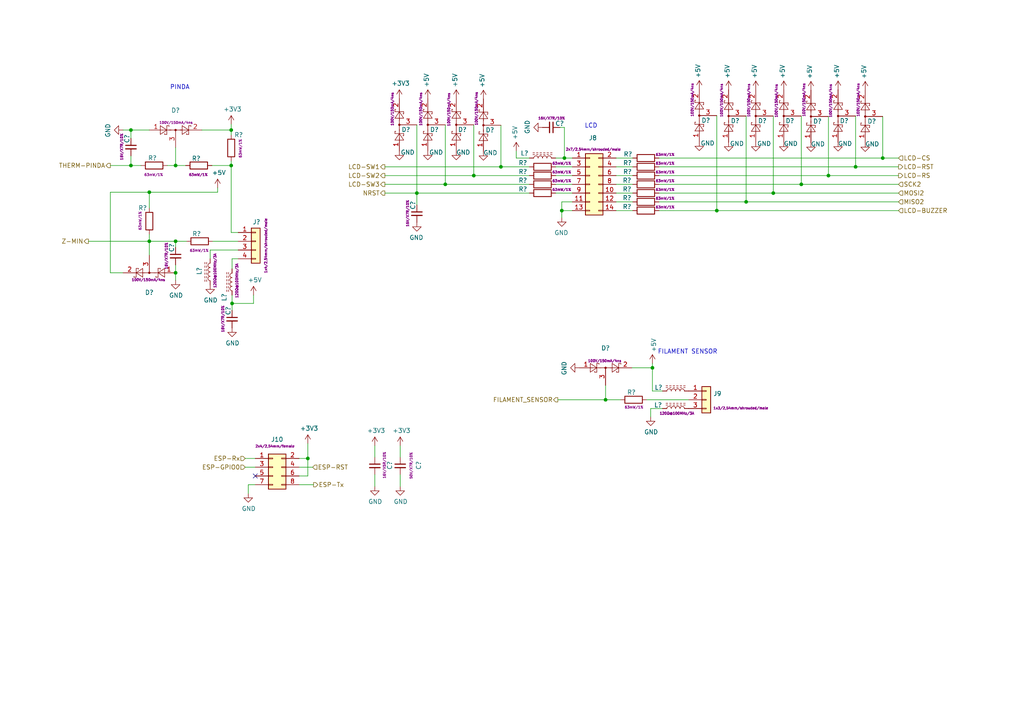
<source format=kicad_sch>
(kicad_sch (version 20211123) (generator eeschema)
  (paper "A4")
  (title_block (title "Buddy") (date "2019-10-24") (rev "v1.0.0") (company "PRUSA Research s.r.o.") (comment 1 "http://creativecommons.org/licenses/by-sa/4.0/") (comment 2 "Licensed under the Attribution-ShareAlike 4.0 International (CC BY-SA 4.0)"))
  (lib_symbols
    (symbol "BUDDY_v1.0.0-rescue:+3.3V-power" (power) (pin_names (offset 0))
      (property "Value" "+3.3V-power" (at 0 3.556 0))
      (symbol "+3.3V-power_0_1"
        (polyline (pts (xy -0.762 1.27) (xy 0 2.54)))
        (polyline (pts (xy 0 0) (xy 0 2.54)))
        (polyline (pts (xy 0 2.54) (xy 0.762 1.27)))
      )
      (symbol "+3.3V-power_1_1"
        (pin power_in line (at 0 0 90) (length 0) hide (name "+3V3") (number "1"))
      )
    )
    (symbol "BUDDY_v1.0.0-rescue:L_Core_Ferrite-Device" (pin_numbers hide) (pin_names (offset 1.016) hide)
      (property "Reference" "L" (at -1.27 0 90))
      (property "Value" "L_Core_Ferrite-Device" (at 2.794 0 90))
      (symbol "L_Core_Ferrite-Device_0_1"
        (arc (start 0 -2.54) (mid 0.635 -1.905) (end 0 -1.27))
        (arc (start 0 -1.27) (mid 0.635 -0.635) (end 0 0))
        (polyline (pts (xy 1.016 -2.794) (xy 1.016 -2.286)))
        (polyline (pts (xy 1.016 -1.778) (xy 1.016 -1.27)))
        (polyline (pts (xy 1.016 -0.762) (xy 1.016 -0.254)))
        (polyline (pts (xy 1.016 0.254) (xy 1.016 0.762)))
        (polyline (pts (xy 1.016 1.27) (xy 1.016 1.778)))
        (polyline (pts (xy 1.016 2.286) (xy 1.016 2.794)))
        (polyline (pts (xy 1.524 -2.286) (xy 1.524 -2.794)))
        (polyline (pts (xy 1.524 -1.27) (xy 1.524 -1.778)))
        (polyline (pts (xy 1.524 -0.254) (xy 1.524 -0.762)))
        (polyline (pts (xy 1.524 0.762) (xy 1.524 0.254)))
        (polyline (pts (xy 1.524 1.778) (xy 1.524 1.27)))
        (polyline (pts (xy 1.524 2.794) (xy 1.524 2.286)))
        (arc (start 0 0) (mid 0.635 0.635) (end 0 1.27))
        (arc (start 0 1.27) (mid 0.635 1.905) (end 0 2.54))
      )
      (symbol "L_Core_Ferrite-Device_1_1"
        (pin passive line (at 0 3.81 270) (length 1.27) (name "1") (number "1"))
        (pin passive line (at 0 -3.81 90) (length 1.27) (name "2") (number "2"))
      )
    )
    (symbol "Connector_Generic:Conn_01x03" (pin_names (offset 1.016) hide)
      (property "Reference" "J" (at 0 5.08 0))
      (property "Value" "Conn_01x03" (at 0 -5.08 0))
      (symbol "Conn_01x03_1_1"
        (rectangle (start -1.27 -2.413) (end 0 -2.667) (stroke (width 0.1524)))
        (rectangle (start -1.27 0.127) (end 0 -0.127) (stroke (width 0.1524)))
        (rectangle (start -1.27 2.667) (end 0 2.413) (stroke (width 0.1524)))
        (rectangle (start -1.27 3.81) (end 1.27 -3.81) (stroke (width 0.254)) (fill (type background)))
        (pin passive line (at -5.08 2.54 0) (length 3.81) (name "Pin_1") (number "1"))
        (pin passive line (at -5.08 0 0) (length 3.81) (name "Pin_2") (number "2"))
        (pin passive line (at -5.08 -2.54 0) (length 3.81) (name "Pin_3") (number "3"))
      )
    )
    (symbol "Connector_Generic:Conn_01x04" (pin_names (offset 1.016) hide)
      (property "Reference" "J" (at 0 5.08 0))
      (property "Value" "Conn_01x04" (at 0 -7.62 0))
      (symbol "Conn_01x04_1_1"
        (rectangle (start -1.27 -4.953) (end 0 -5.207) (stroke (width 0.1524)))
        (rectangle (start -1.27 -2.413) (end 0 -2.667) (stroke (width 0.1524)))
        (rectangle (start -1.27 0.127) (end 0 -0.127) (stroke (width 0.1524)))
        (rectangle (start -1.27 2.667) (end 0 2.413) (stroke (width 0.1524)))
        (rectangle (start -1.27 3.81) (end 1.27 -6.35) (stroke (width 0.254)) (fill (type background)))
        (pin passive line (at -5.08 2.54 0) (length 3.81) (name "Pin_1") (number "1"))
        (pin passive line (at -5.08 0 0) (length 3.81) (name "Pin_2") (number "2"))
        (pin passive line (at -5.08 -2.54 0) (length 3.81) (name "Pin_3") (number "3"))
        (pin passive line (at -5.08 -5.08 0) (length 3.81) (name "Pin_4") (number "4"))
      )
    )
    (symbol "Connector_Generic:Conn_02x04_Odd_Even" (pin_names (offset 1.016) hide)
      (property "Reference" "J" (at 1.27 5.08 0))
      (property "Value" "Conn_02x04_Odd_Even" (at 1.27 -7.62 0))
      (symbol "Conn_02x04_Odd_Even_1_1"
        (rectangle (start -1.27 -4.953) (end 0 -5.207) (stroke (width 0.1524)))
        (rectangle (start -1.27 -2.413) (end 0 -2.667) (stroke (width 0.1524)))
        (rectangle (start -1.27 0.127) (end 0 -0.127) (stroke (width 0.1524)))
        (rectangle (start -1.27 2.667) (end 0 2.413) (stroke (width 0.1524)))
        (rectangle (start -1.27 3.81) (end 3.81 -6.35) (stroke (width 0.254)) (fill (type background)))
        (rectangle (start 3.81 -4.953) (end 2.54 -5.207) (stroke (width 0.1524)))
        (rectangle (start 3.81 -2.413) (end 2.54 -2.667) (stroke (width 0.1524)))
        (rectangle (start 3.81 0.127) (end 2.54 -0.127) (stroke (width 0.1524)))
        (rectangle (start 3.81 2.667) (end 2.54 2.413) (stroke (width 0.1524)))
        (pin passive line (at -5.08 2.54 0) (length 3.81) (name "Pin_1") (number "1"))
        (pin passive line (at 7.62 2.54 180) (length 3.81) (name "Pin_2") (number "2"))
        (pin passive line (at -5.08 0 0) (length 3.81) (name "Pin_3") (number "3"))
        (pin passive line (at 7.62 0 180) (length 3.81) (name "Pin_4") (number "4"))
        (pin passive line (at -5.08 -2.54 0) (length 3.81) (name "Pin_5") (number "5"))
        (pin passive line (at 7.62 -2.54 180) (length 3.81) (name "Pin_6") (number "6"))
        (pin passive line (at -5.08 -5.08 0) (length 3.81) (name "Pin_7") (number "7"))
        (pin passive line (at 7.62 -5.08 180) (length 3.81) (name "Pin_8") (number "8"))
      )
    )
    (symbol "Connector_Generic:Conn_02x07_Odd_Even" (pin_names (offset 1.016) hide)
      (property "Reference" "J" (at 1.27 10.16 0))
      (property "Value" "Conn_02x07_Odd_Even" (at 1.27 -10.16 0))
      (symbol "Conn_02x07_Odd_Even_1_1"
        (rectangle (start -1.27 -7.493) (end 0 -7.747) (stroke (width 0.1524)))
        (rectangle (start -1.27 -4.953) (end 0 -5.207) (stroke (width 0.1524)))
        (rectangle (start -1.27 -2.413) (end 0 -2.667) (stroke (width 0.1524)))
        (rectangle (start -1.27 0.127) (end 0 -0.127) (stroke (width 0.1524)))
        (rectangle (start -1.27 2.667) (end 0 2.413) (stroke (width 0.1524)))
        (rectangle (start -1.27 5.207) (end 0 4.953) (stroke (width 0.1524)))
        (rectangle (start -1.27 7.747) (end 0 7.493) (stroke (width 0.1524)))
        (rectangle (start -1.27 8.89) (end 3.81 -8.89) (stroke (width 0.254)) (fill (type background)))
        (rectangle (start 3.81 -7.493) (end 2.54 -7.747) (stroke (width 0.1524)))
        (rectangle (start 3.81 -4.953) (end 2.54 -5.207) (stroke (width 0.1524)))
        (rectangle (start 3.81 -2.413) (end 2.54 -2.667) (stroke (width 0.1524)))
        (rectangle (start 3.81 0.127) (end 2.54 -0.127) (stroke (width 0.1524)))
        (rectangle (start 3.81 2.667) (end 2.54 2.413) (stroke (width 0.1524)))
        (rectangle (start 3.81 5.207) (end 2.54 4.953) (stroke (width 0.1524)))
        (rectangle (start 3.81 7.747) (end 2.54 7.493) (stroke (width 0.1524)))
        (pin passive line (at -5.08 7.62 0) (length 3.81) (name "Pin_1") (number "1"))
        (pin passive line (at 7.62 -2.54 180) (length 3.81) (name "Pin_10") (number "10"))
        (pin passive line (at -5.08 -5.08 0) (length 3.81) (name "Pin_11") (number "11"))
        (pin passive line (at 7.62 -5.08 180) (length 3.81) (name "Pin_12") (number "12"))
        (pin passive line (at -5.08 -7.62 0) (length 3.81) (name "Pin_13") (number "13"))
        (pin passive line (at 7.62 -7.62 180) (length 3.81) (name "Pin_14") (number "14"))
        (pin passive line (at 7.62 7.62 180) (length 3.81) (name "Pin_2") (number "2"))
        (pin passive line (at -5.08 5.08 0) (length 3.81) (name "Pin_3") (number "3"))
        (pin passive line (at 7.62 5.08 180) (length 3.81) (name "Pin_4") (number "4"))
        (pin passive line (at -5.08 2.54 0) (length 3.81) (name "Pin_5") (number "5"))
        (pin passive line (at 7.62 2.54 180) (length 3.81) (name "Pin_6") (number "6"))
        (pin passive line (at -5.08 0 0) (length 3.81) (name "Pin_7") (number "7"))
        (pin passive line (at 7.62 0 180) (length 3.81) (name "Pin_8") (number "8"))
        (pin passive line (at -5.08 -2.54 0) (length 3.81) (name "Pin_9") (number "9"))
      )
    )
    (symbol "Device:C_Small" (pin_numbers hide) (pin_names (offset 0.254) hide)
      (property "Reference" "C" (at 0.254 1.778 0))
      (property "Value" "C_Small" (at 0.254 -2.032 0))
      (symbol "C_Small_0_1"
        (polyline (pts (xy -1.524 -0.508) (xy 1.524 -0.508)) (stroke (width 0.3302)))
        (polyline (pts (xy -1.524 0.508) (xy 1.524 0.508)) (stroke (width 0.3048)))
      )
      (symbol "C_Small_1_1"
        (pin passive line (at 0 2.54 270) (length 2.032) (name "~") (number "1"))
        (pin passive line (at 0 -2.54 90) (length 2.032) (name "~") (number "2"))
      )
    )
    (symbol "Device:R" (pin_numbers hide) (pin_names (offset 0))
      (property "Reference" "R" (at 2.032 0 90))
      (property "Value" "R" (at 0 0 90))
      (symbol "R_0_1"
        (rectangle (start -1.016 -2.54) (end 1.016 2.54) (stroke (width 0.254)))
      )
      (symbol "R_1_1"
        (pin passive line (at 0 3.81 270) (length 1.27) (name "~") (number "1"))
        (pin passive line (at 0 -3.81 90) (length 1.27) (name "~") (number "2"))
      )
    )
    (symbol "Diode:BAS40-04" (pin_names (offset 1.016))
      (property "Reference" "D" (at 0.635 -1.27 0))
      (property "Value" "BAS40-04" (at -6.35 5.715 0))
      (symbol "BAS40-04_0_1"
        (polyline (pts (xy -3.81 2.54) (xy -1.27 2.54)))
        (polyline (pts (xy -3.175 1.27) (xy -3.175 1.524)))
        (polyline (pts (xy -2.54 1.27) (xy -3.175 1.27)))
        (polyline (pts (xy -2.54 1.27) (xy -2.54 3.81)))
        (polyline (pts (xy -2.54 3.81) (xy -1.905 3.81)))
        (polyline (pts (xy -1.905 2.54) (xy 1.905 2.54)))
        (polyline (pts (xy -1.905 3.81) (xy -1.905 3.556)))
        (polyline (pts (xy 1.27 2.54) (xy 3.81 2.54)))
        (polyline (pts (xy 3.175 1.27) (xy 3.175 1.524)))
        (polyline (pts (xy 3.81 1.27) (xy 3.175 1.27)))
        (polyline (pts (xy 3.81 1.27) (xy 3.81 3.81)))
        (polyline (pts (xy 3.81 3.81) (xy 4.445 3.81)))
        (polyline (pts (xy 4.445 3.81) (xy 4.445 3.556)))
        (polyline (pts (xy -4.445 3.81) (xy -4.445 1.27) (xy -2.54 2.54) (xy -4.445 3.81)))
        (polyline (pts (xy 1.905 3.81) (xy 1.905 1.27) (xy 3.81 2.54) (xy 1.905 3.81)))
        (circle (center 0 2.54) (radius 0.254) (fill (type outline)))
      )
      (symbol "BAS40-04_1_1"
        (pin passive line (at -7.62 2.54 0) (length 3.81) (name "~") (number "1"))
        (pin passive line (at 7.62 2.54 180) (length 3.81) (name "~") (number "2"))
        (pin passive line (at 0 -2.54 90) (length 5.08) (name "~") (number "3"))
      )
    )
    (symbol "power:+5V" (power) (pin_names (offset 0))
      (property "Value" "+5V" (at 0 3.556 0))
      (symbol "+5V_0_1"
        (polyline (pts (xy -0.762 1.27) (xy 0 2.54)))
        (polyline (pts (xy 0 0) (xy 0 2.54)))
        (polyline (pts (xy 0 2.54) (xy 0.762 1.27)))
      )
      (symbol "+5V_1_1"
        (pin power_in line (at 0 0 90) (length 0) hide (name "+5V") (number "1"))
      )
    )
    (symbol "power:GND" (power) (pin_names (offset 0))
      (property "Value" "GND" (at 0 -3.81 0))
      (symbol "GND_0_1"
        (polyline (pts (xy 0 0) (xy 0 -1.27) (xy 1.27 -1.27) (xy 0 -2.54) (xy -1.27 -1.27) (xy 0 -1.27)))
      )
      (symbol "GND_1_1"
        (pin power_in line (at 0 0 270) (length 0) hide (name "GND") (number "1"))
      )
    )
  )
  (junction (at 207.899 61.087))
  (junction (at 232.41 53.467))
  (junction (at 43.307 55.753))
  (junction (at 240.284 50.927))
  (junction (at 50.927 79.121))
  (junction (at 67.056 37.719))
  (junction (at 216.408 58.547))
  (junction (at 50.927 69.977))
  (junction (at 248.158 48.387))
  (junction (at 43.307 69.977))
  (junction (at 89.281 132.969))
  (junction (at 224.282 56.007))
  (junction (at 67.31 88.011))
  (junction (at 50.927 48.006))
  (junction (at 163.703 45.847))
  (junction (at 120.904 56.007))
  (junction (at 137.414 50.927))
  (junction (at 162.941 61.087))
  (junction (at 67.056 48.006))
  (junction (at 175.641 115.951))
  (junction (at 189.23 106.68))
  (junction (at 256.032 45.847))
  (junction (at 37.973 37.719))
  (junction (at 129.159 53.467))
  (junction (at 37.973 48.006))
  (junction (at 145.288 48.387))
  (no_connect (at 74.041 138.049))
  (wire (pts (xy 67.31 75.057) (xy 69.088 75.057)))
  (wire (pts (xy 50.927 76.835) (xy 50.927 79.121)))
  (wire (pts (xy 162.941 61.087) (xy 162.941 58.547)))
  (wire (pts (xy 191.135 48.387) (xy 248.158 48.387)))
  (wire (pts (xy 192.151 113.411) (xy 189.23 113.411)))
  (wire (pts (xy 175.641 111.76) (xy 175.641 115.951)))
  (wire (pts (xy 89.281 132.969) (xy 89.281 128.651)))
  (wire (pts (xy 120.904 56.007) (xy 111.633 56.007)))
  (wire (pts (xy 111.633 48.387) (xy 145.288 48.387)))
  (wire (pts (xy 161.163 56.007) (xy 165.989 56.007)))
  (wire (pts (xy 189.23 113.411) (xy 189.23 106.68)))
  (wire (pts (xy 161.163 53.467) (xy 165.989 53.467)))
  (wire (pts (xy 86.741 132.969) (xy 89.281 132.969)))
  (wire (pts (xy 162.941 58.547) (xy 165.989 58.547)))
  (wire (pts (xy 60.96 72.517) (xy 69.088 72.517)))
  (wire (pts (xy 188.722 118.491) (xy 192.151 118.491)))
  (wire (pts (xy 67.31 88.011) (xy 73.533 88.011)))
  (wire (pts (xy 61.468 48.006) (xy 67.056 48.006)))
  (wire (pts (xy 108.712 137.668) (xy 108.712 141.097)))
  (wire (pts (xy 67.056 39.116) (xy 67.056 37.719)))
  (wire (pts (xy 50.927 81.28) (xy 50.927 79.121)))
  (wire (pts (xy 248.158 33.655) (xy 248.158 48.387)))
  (wire (pts (xy 191.135 56.007) (xy 224.282 56.007)))
  (wire (pts (xy 207.899 33.528) (xy 207.899 61.087)))
  (wire (pts (xy 216.408 33.655) (xy 216.408 58.547)))
  (wire (pts (xy 50.927 48.006) (xy 48.514 48.006)))
  (wire (pts (xy 32.004 79.121) (xy 32.004 55.753)))
  (wire (pts (xy 224.282 33.655) (xy 224.282 56.007)))
  (wire (pts (xy 72.009 143.129) (xy 72.009 140.589)))
  (wire (pts (xy 43.307 69.977) (xy 25.654 69.977)))
  (wire (pts (xy 116.078 129.286) (xy 116.078 132.588)))
  (wire (pts (xy 232.41 53.467) (xy 260.604 53.467)))
  (wire (pts (xy 50.927 69.977) (xy 50.927 71.755)))
  (wire (pts (xy 74.041 135.509) (xy 71.12 135.509)))
  (wire (pts (xy 183.515 50.927) (xy 178.689 50.927)))
  (wire (pts (xy 183.515 53.467) (xy 178.689 53.467)))
  (wire (pts (xy 189.23 106.68) (xy 189.23 105.41)))
  (wire (pts (xy 191.135 61.087) (xy 207.899 61.087)))
  (wire (pts (xy 183.515 45.847) (xy 178.689 45.847)))
  (wire (pts (xy 129.159 53.467) (xy 153.543 53.467)))
  (wire (pts (xy 37.973 48.006) (xy 32.004 48.006)))
  (wire (pts (xy 216.408 58.547) (xy 260.604 58.547)))
  (wire (pts (xy 50.927 42.799) (xy 50.927 48.006)))
  (wire (pts (xy 129.159 36.195) (xy 129.159 53.467)))
  (wire (pts (xy 67.31 85.598) (xy 67.31 88.011)))
  (wire (pts (xy 137.414 36.195) (xy 137.414 50.927)))
  (wire (pts (xy 224.282 56.007) (xy 260.604 56.007)))
  (wire (pts (xy 161.798 115.951) (xy 175.641 115.951)))
  (wire (pts (xy 183.515 56.007) (xy 178.689 56.007)))
  (wire (pts (xy 43.307 55.753) (xy 63.119 55.753)))
  (wire (pts (xy 149.733 45.847) (xy 153.543 45.847)))
  (wire (pts (xy 179.959 115.951) (xy 175.641 115.951)))
  (wire (pts (xy 32.004 55.753) (xy 43.307 55.753)))
  (wire (pts (xy 232.41 33.655) (xy 232.41 53.467)))
  (wire (pts (xy 120.904 56.007) (xy 120.904 59.436)))
  (wire (pts (xy 67.056 48.006) (xy 67.056 67.437)))
  (wire (pts (xy 43.307 74.041) (xy 43.307 69.977)))
  (wire (pts (xy 72.009 140.589) (xy 74.041 140.589)))
  (wire (pts (xy 162.433 36.957) (xy 163.703 36.957)))
  (wire (pts (xy 69.088 69.977) (xy 61.722 69.977)))
  (wire (pts (xy 111.633 50.927) (xy 137.414 50.927)))
  (wire (pts (xy 165.989 61.087) (xy 162.941 61.087)))
  (wire (pts (xy 63.119 55.753) (xy 63.119 54.483)))
  (wire (pts (xy 108.712 132.588) (xy 108.712 129.286)))
  (wire (pts (xy 60.96 75.057) (xy 60.96 72.517)))
  (wire (pts (xy 67.31 77.978) (xy 67.31 75.057)))
  (wire (pts (xy 67.056 67.437) (xy 69.088 67.437)))
  (wire (pts (xy 165.989 50.927) (xy 161.163 50.927)))
  (wire (pts (xy 191.135 45.847) (xy 256.032 45.847)))
  (wire (pts (xy 191.135 50.927) (xy 240.284 50.927)))
  (wire (pts (xy 37.973 37.719) (xy 43.307 37.719)))
  (wire (pts (xy 183.515 61.087) (xy 178.689 61.087)))
  (wire (pts (xy 43.307 60.325) (xy 43.307 55.753)))
  (wire (pts (xy 191.135 58.547) (xy 216.408 58.547)))
  (wire (pts (xy 165.989 48.387) (xy 161.163 48.387)))
  (wire (pts (xy 116.078 137.668) (xy 116.078 141.097)))
  (wire (pts (xy 86.741 135.509) (xy 90.678 135.509)))
  (wire (pts (xy 37.973 37.719) (xy 35.687 37.719)))
  (wire (pts (xy 58.547 37.719) (xy 67.056 37.719)))
  (wire (pts (xy 248.158 48.387) (xy 260.604 48.387)))
  (wire (pts (xy 37.973 40.132) (xy 37.973 37.719)))
  (wire (pts (xy 240.284 50.927) (xy 260.604 50.927)))
  (wire (pts (xy 165.989 45.847) (xy 163.703 45.847)))
  (wire (pts (xy 145.288 48.387) (xy 153.543 48.387)))
  (wire (pts (xy 67.056 46.736) (xy 67.056 48.006)))
  (wire (pts (xy 74.041 132.969) (xy 71.12 132.969)))
  (wire (pts (xy 86.741 140.589) (xy 90.932 140.589)))
  (wire (pts (xy 43.307 69.977) (xy 43.307 67.945)))
  (wire (pts (xy 50.927 69.977) (xy 54.102 69.977)))
  (wire (pts (xy 240.284 33.782) (xy 240.284 50.927)))
  (wire (pts (xy 183.261 106.68) (xy 189.23 106.68)))
  (wire (pts (xy 37.973 45.212) (xy 37.973 48.006)))
  (wire (pts (xy 163.703 45.847) (xy 161.163 45.847)))
  (wire (pts (xy 73.533 88.011) (xy 73.533 85.598)))
  (wire (pts (xy 35.687 79.121) (xy 32.004 79.121)))
  (wire (pts (xy 188.722 120.904) (xy 188.722 118.491)))
  (wire (pts (xy 162.941 63.119) (xy 162.941 61.087)))
  (wire (pts (xy 67.056 37.719) (xy 67.056 36.068)))
  (wire (pts (xy 191.135 53.467) (xy 232.41 53.467)))
  (wire (pts (xy 89.281 132.969) (xy 89.281 138.049)))
  (wire (pts (xy 163.703 36.957) (xy 163.703 45.847)))
  (wire (pts (xy 183.515 48.387) (xy 178.689 48.387)))
  (wire (pts (xy 120.904 56.007) (xy 153.543 56.007)))
  (wire (pts (xy 67.31 88.011) (xy 67.31 90.043)))
  (wire (pts (xy 149.733 45.847) (xy 149.733 43.815)))
  (wire (pts (xy 86.741 138.049) (xy 89.281 138.049)))
  (wire (pts (xy 256.032 33.782) (xy 256.032 45.847)))
  (wire (pts (xy 37.973 48.006) (xy 40.894 48.006)))
  (wire (pts (xy 256.032 45.847) (xy 260.604 45.847)))
  (wire (pts (xy 145.288 36.322) (xy 145.288 48.387)))
  (wire (pts (xy 137.414 50.927) (xy 153.543 50.927)))
  (wire (pts (xy 43.307 69.977) (xy 50.927 69.977)))
  (wire (pts (xy 120.904 36.195) (xy 120.904 56.007)))
  (wire (pts (xy 207.899 61.087) (xy 260.604 61.087)))
  (wire (pts (xy 187.579 115.951) (xy 199.771 115.951)))
  (wire (pts (xy 53.848 48.006) (xy 50.927 48.006)))
  (wire (pts (xy 183.515 58.547) (xy 178.689 58.547)))
  (wire (pts (xy 111.633 53.467) (xy 129.159 53.467)))
  (text "PINDA" (at 49.276 26.162 0) (effects (font (size 1.27 1.27)) (justify left bottom)))
  (text "LCD" (at 169.545 37.338 0) (effects (font (size 1.27 1.27)) (justify left bottom)))
  (text "FILAMENT SENSOR" (at 190.754 102.87 0) (effects (font (size 1.27 1.27)) (justify left bottom)))
  (hierarchical_label "LCD-RS" (shape output) (at 260.604 50.927 0))
  (hierarchical_label "LCD-SW2" (shape output) (at 111.633 50.927 180))
  (hierarchical_label "ESP-Tx" (shape output) (at 90.932 140.589 0))
  (hierarchical_label "Z-MIN" (shape output) (at 25.654 69.977 180))
  (hierarchical_label "FILAMENT_SENSOR" (shape output) (at 161.798 115.951 180))
  (hierarchical_label "ESP-Rx" (shape input) (at 71.12 132.969 180))
  (hierarchical_label "ESP-RST" (shape input) (at 90.678 135.509 0))
  (hierarchical_label "LCD-RST" (shape output) (at 260.604 48.387 0))
  (hierarchical_label "LCD-CS" (shape input) (at 260.604 45.847 0))
  (hierarchical_label "LCD-SW1" (shape output) (at 111.633 48.387 180))
  (hierarchical_label "MOSI2" (shape input) (at 260.604 56.007 0))
  (hierarchical_label "THERM-PINDA" (shape output) (at 32.004 48.006 180))
  (hierarchical_label "LCD-SW3" (shape output) (at 111.633 53.467 180))
  (hierarchical_label "MISO2" (shape input) (at 260.604 58.547 0))
  (hierarchical_label "NRST" (shape output) (at 111.633 56.007 180))
  (hierarchical_label "SCK2" (shape input) (at 260.604 53.467 0))
  (hierarchical_label "LCD-BUZZER" (shape input) (at 260.604 61.087 0))
  (hierarchical_label "ESP-GPIO0" (shape input) (at 71.12 135.509 180))
  (symbol (lib_id "BUDDY_v1.0.0-rescue:L_Core_Ferrite-Device") (at 195.961 118.491 90) (unit 1)
    (property "Reference" "L?" (at 190.881 117.475 90))
    (property "req" "120Ω@100MHz/3A" (at 196.342 119.888 90) (effects (font (size 0.7112 0.7112))))
  )
  (symbol (lib_id "BUDDY_v1.0.0-rescue:L_Core_Ferrite-Device") (at 195.961 113.411 90) (unit 1)
    (property "Reference" "L?" (at 191.008 112.395 90))
    (property "req" "120Ω@100MHz/3A" (effects hide))
  )
  (symbol (lib_id "power:+5V") (at 149.733 43.815 0) (mirror y) (unit 1)
    (property "Reference" "#PWR093" (effects hide))
  )
  (symbol (lib_id "power:GND") (at 162.941 63.119 0) (mirror y) (unit 1)
    (property "Reference" "#PWR092" (effects hide))
  )
  (symbol (lib_id "Device:R") (at 157.353 56.007 270) (unit 1)
    (property "Reference" "R?" (at 150.368 54.864 90) (effects (justify left)))
    (property "req" "63mW/1%" (at 162.941 54.991 90) (effects (font (size 0.7112 0.7112))))
  )
  (symbol (lib_id "Diode:BAS40-04") (at 118.364 36.195 90) (unit 1)
    (property "Reference" "D?" (at 117.729 37.592 90))
    (property "req" "100V/150mA/4ns" (at 113.792 31.623 0) (effects (font (size 0.7112 0.7112))))
  )
  (symbol (lib_id "power:GND") (at 115.824 43.815 0) (mirror y) (unit 1)
    (property "Reference" "#PWR0118" (effects hide))
  )
  (symbol (lib_id "Device:R") (at 187.325 58.547 270) (unit 1)
    (property "Reference" "R?" (at 180.594 57.404 90) (effects (justify left)))
    (property "req" "63mW/1%" (at 192.913 57.531 90) (effects (font (size 0.7112 0.7112))))
  )
  (symbol (lib_id "Diode:BAS40-04") (at 213.868 33.655 90) (unit 1)
    (property "Reference" "D?" (at 213.233 35.052 90))
    (property "req" "100V/150mA/4ns" (at 209.296 29.083 0) (effects (font (size 0.7112 0.7112))))
  )
  (symbol (lib_id "power:+5V") (at 211.328 26.035 0) (mirror y) (unit 1)
    (property "Reference" "#PWR026" (effects hide))
  )
  (symbol (lib_id "power:GND") (at 211.328 41.275 0) (mirror y) (unit 1)
    (property "Reference" "#PWR027" (effects hide))
  )
  (symbol (lib_id "Connector_Generic:Conn_02x04_Odd_Even") (at 79.121 135.509 0) (unit 1)
    (property "Reference" "J10" (at 80.391 127.4572 0))
    (property "req" "2x4/2,54mm/female" (at 79.756 129.413 0) (effects (font (size 0.7112 0.7112))))
  )
  (symbol (lib_id "BUDDY_v1.0.0-rescue:+3.3V-power") (at 89.281 128.651 0) (unit 1)
    (property "Reference" "#PWR0111" (effects hide))
  )
  (symbol (lib_id "power:GND") (at 72.009 143.129 0) (unit 1)
    (property "Reference" "#PWR028" (effects hide))
  )
  (symbol (lib_id "Device:C_Small") (at 108.712 135.128 0) (unit 1)
    (property "Reference" "C?" (at 113.03 136.271 90) (effects (justify left)))
    (property "req" "16V/X5R/10%" (at 111.506 138.811 90) (effects (font (size 0.7112 0.7112)) (justify left)))
  )
  (symbol (lib_id "Device:C_Small") (at 116.078 135.128 0) (unit 1)
    (property "Reference" "C?" (at 121.412 136.271 90) (effects (justify left)))
    (property "req" "50V/X7R/10%" (at 119.253 138.938 90) (effects (font (size 0.7112 0.7112)) (justify left)))
  )
  (symbol (lib_id "Connector_Generic:Conn_01x04") (at 74.168 69.977 0) (unit 1)
    (property "Reference" "J?" (at 73.279 64.389 0) (effects (justify left)))
    (property "req" "1x4/2,54mm/shrouded/male" (at 77.089 71.247 90) (effects (font (size 0.7112 0.7112))))
  )
  (symbol (lib_id "Diode:BAS40-04") (at 50.927 40.259 0) (unit 1)
    (property "Reference" "D?" (at 50.927 32.004 0))
    (property "req" "100V/150mA/4ns" (at 51.054 35.56 0) (effects (font (size 0.7112 0.7112))))
  )
  (symbol (lib_id "Device:R") (at 67.056 42.926 0) (unit 1)
    (property "Reference" "R?" (at 67.945 39.116 0) (effects (justify left)))
    (property "req" "63mW/1%" (at 69.723 43.053 90) (effects (font (size 0.7112 0.7112))))
  )
  (symbol (lib_id "Device:R") (at 44.704 48.006 270) (unit 1)
    (property "Reference" "R?" (at 42.926 45.847 90) (effects (justify left)))
    (property "req" "63mW/1%" (at 44.577 50.673 90) (effects (font (size 0.7112 0.7112))))
  )
  (symbol (lib_id "Device:R") (at 57.658 48.006 270) (unit 1)
    (property "Reference" "R?" (at 55.626 45.974 90) (effects (justify left)))
    (property "req" "63mW/1%" (at 57.531 50.673 90) (effects (font (size 0.7112 0.7112))))
  )
  (symbol (lib_id "power:GND") (at 35.687 37.719 270) (unit 1)
    (property "Reference" "#PWR?" (effects hide))
  )
  (symbol (lib_id "Diode:BAS40-04") (at 43.307 76.581 180) (unit 1)
    (property "Reference" "D?" (at 43.307 84.836 0))
    (property "req" "100V/150mA/4ns" (at 43.053 81.153 0) (effects (font (size 0.7112 0.7112))))
  )
  (symbol (lib_id "Device:R") (at 57.912 69.977 270) (unit 1)
    (property "Reference" "R?" (at 55.753 67.818 90) (effects (justify left)))
    (property "req" "63mW/1%" (at 57.785 72.644 90) (effects (font (size 0.7112 0.7112))))
  )
  (symbol (lib_id "power:GND") (at 50.927 81.28 0) (unit 1)
    (property "Reference" "#PWR?" (effects hide))
  )
  (symbol (lib_id "Device:R") (at 43.307 64.135 180) (unit 1)
    (property "Reference" "R?" (at 42.672 60.325 0) (effects (justify left)))
    (property "req" "63mW/1%" (at 40.64 64.008 90) (effects (font (size 0.7112 0.7112))))
  )
  (symbol (lib_id "BUDDY_v1.0.0-rescue:L_Core_Ferrite-Device") (at 60.96 78.867 180) (unit 1)
    (property "Reference" "L?" (at 57.785 78.613 90))
    (property "req" "120Ω@100MHz/3A" (at 62.357 78.486 90) (effects (font (size 0.7112 0.7112))))
  )
  (symbol (lib_id "power:GND") (at 60.96 82.677 0) (unit 1)
    (property "Reference" "#PWR?" (effects hide))
  )
  (symbol (lib_id "BUDDY_v1.0.0-rescue:L_Core_Ferrite-Device") (at 67.31 81.788 180) (unit 1)
    (property "Reference" "L?" (at 65.024 86.233 90))
    (property "req" "120Ω@100MHz/3A" (at 68.707 81.407 90) (effects (font (size 0.7112 0.7112))))
  )
  (symbol (lib_id "power:GND") (at 67.31 95.123 0) (unit 1)
    (property "Reference" "#PWR?" (effects hide))
  )
  (symbol (lib_id "power:+5V") (at 73.533 85.598 0) (unit 1)
    (property "Reference" "#PWR?" (effects hide))
  )
  (symbol (lib_id "BUDDY_v1.0.0-rescue:+3.3V-power") (at 108.712 129.286 0) (unit 1)
    (property "Reference" "#PWR0149" (effects hide))
  )
  (symbol (lib_id "power:GND") (at 108.712 141.097 0) (unit 1)
    (property "Reference" "#PWR0152" (effects hide))
  )
  (symbol (lib_id "power:GND") (at 116.078 141.097 0) (unit 1)
    (property "Reference" "#PWR0158" (effects hide))
  )
  (symbol (lib_id "BUDDY_v1.0.0-rescue:+3.3V-power") (at 116.078 129.286 0) (unit 1)
    (property "Reference" "#PWR0157" (effects hide))
  )
  (symbol (lib_id "Diode:BAS40-04") (at 175.641 109.22 0) (unit 1)
    (property "Reference" "D?" (at 175.641 100.965 0))
    (property "req" "100V/150mA/4ns" (at 175.387 104.648 0) (effects (font (size 0.7112 0.7112))))
  )
  (symbol (lib_id "power:GND") (at 168.021 106.68 270) (unit 1)
    (property "Reference" "#PWR?" (effects hide))
  )
  (symbol (lib_id "Device:R") (at 183.769 115.951 270) (unit 1)
    (property "Reference" "R?" (at 181.864 113.792 90) (effects (justify left)))
    (property "req" "63mW/1%" (at 183.896 118.11 90) (effects (font (size 0.7112 0.7112))))
  )
  (symbol (lib_id "Device:R") (at 157.353 48.387 270) (unit 1)
    (property "Reference" "R?" (at 150.368 47.244 90) (effects (justify left)))
    (property "req" "63mW/1%" (at 162.941 47.371 90) (effects (font (size 0.7112 0.7112))))
  )
  (symbol (lib_id "Device:R") (at 157.353 50.927 270) (unit 1)
    (property "Reference" "R?" (at 150.368 49.784 90) (effects (justify left)))
    (property "req" "63mW/1%" (at 162.941 49.911 90) (effects (font (size 0.7112 0.7112))))
  )
  (symbol (lib_id "Device:R") (at 157.353 53.467 270) (unit 1)
    (property "Reference" "R?" (at 150.368 52.324 90) (effects (justify left)))
    (property "req" "63mW/1%" (at 162.941 52.451 90) (effects (font (size 0.7112 0.7112))))
  )
  (symbol (lib_id "Device:R") (at 187.325 45.847 270) (unit 1)
    (property "Reference" "R?" (at 180.848 44.704 90) (effects (justify left)))
    (property "req" "63mW/1%" (at 192.913 44.831 90) (effects (font (size 0.7112 0.7112))))
  )
  (symbol (lib_id "Device:R") (at 187.325 48.387 270) (unit 1)
    (property "Reference" "R?" (at 180.721 47.244 90) (effects (justify left)))
    (property "req" "63mW/1%" (at 192.913 47.371 90) (effects (font (size 0.7112 0.7112))))
  )
  (symbol (lib_id "Device:R") (at 187.325 50.927 270) (unit 1)
    (property "Reference" "R?" (at 180.721 49.784 90) (effects (justify left)))
    (property "req" "63mW/1%" (at 192.913 49.911 90) (effects (font (size 0.7112 0.7112))))
  )
  (symbol (lib_id "Device:R") (at 187.325 53.467 270) (unit 1)
    (property "Reference" "R?" (at 180.594 52.324 90) (effects (justify left)))
    (property "req" "63mW/1%" (at 192.913 52.451 90) (effects (font (size 0.7112 0.7112))))
  )
  (symbol (lib_id "Device:R") (at 187.325 56.007 270) (unit 1)
    (property "Reference" "R?" (at 180.594 54.864 90) (effects (justify left)))
    (property "req" "63mW/1%" (at 192.913 54.991 90) (effects (font (size 0.7112 0.7112))))
  )
  (symbol (lib_id "Diode:BAS40-04") (at 126.619 36.195 90) (unit 1)
    (property "Reference" "D?" (at 125.984 37.592 90))
    (property "req" "100V/150mA/4ns" (at 122.047 31.623 0) (effects (font (size 0.7112 0.7112))))
  )
  (symbol (lib_id "Diode:BAS40-04") (at 134.874 36.195 90) (unit 1)
    (property "Reference" "D?" (at 134.112 37.592 90))
    (property "req" "100V/150mA/4ns" (at 130.175 31.75 0) (effects (font (size 0.7112 0.7112))))
  )
  (symbol (lib_id "Diode:BAS40-04") (at 142.748 36.322 90) (unit 1)
    (property "Reference" "D?" (at 142.113 37.719 90))
    (property "req" "100V/150mA/4ns" (at 138.176 31.496 0) (effects (font (size 0.7112 0.7112))))
  )
  (symbol (lib_id "power:+5V") (at 140.208 28.702 0) (mirror y) (unit 1)
    (property "Reference" "#PWR064" (effects hide))
  )
  (symbol (lib_id "power:+5V") (at 132.334 28.575 0) (mirror y) (unit 1)
    (property "Reference" "#PWR058" (effects hide))
  )
  (symbol (lib_id "power:+5V") (at 124.079 28.575 0) (mirror y) (unit 1)
    (property "Reference" "#PWR049" (effects hide))
  )
  (symbol (lib_id "power:GND") (at 140.208 43.942 0) (mirror y) (unit 1)
    (property "Reference" "#PWR066" (effects hide))
  )
  (symbol (lib_id "power:GND") (at 132.334 43.815 0) (mirror y) (unit 1)
    (property "Reference" "#PWR061" (effects hide))
  )
  (symbol (lib_id "power:GND") (at 124.079 43.815 0) (mirror y) (unit 1)
    (property "Reference" "#PWR053" (effects hide))
  )
  (symbol (lib_id "Diode:BAS40-04") (at 221.742 33.655 90) (unit 1)
    (property "Reference" "D?" (at 221.107 35.052 90))
    (property "req" "100V/150mA/4ns" (at 217.17 29.083 0) (effects (font (size 0.7112 0.7112))))
  )
  (symbol (lib_id "Diode:BAS40-04") (at 229.87 33.655 90) (unit 1)
    (property "Reference" "D?" (at 229.108 35.052 90))
    (property "req" "100V/150mA/4ns" (at 225.171 29.21 0) (effects (font (size 0.7112 0.7112))))
  )
  (symbol (lib_id "Diode:BAS40-04") (at 237.744 33.782 90) (unit 1)
    (property "Reference" "D?" (at 237.109 35.179 90))
    (property "req" "100V/150mA/4ns" (at 233.172 28.956 0) (effects (font (size 0.7112 0.7112))))
  )
  (symbol (lib_id "power:+5V") (at 235.204 26.162 0) (mirror y) (unit 1)
    (property "Reference" "#PWR0100" (effects hide))
  )
  (symbol (lib_id "power:+5V") (at 227.33 26.035 0) (mirror y) (unit 1)
    (property "Reference" "#PWR072" (effects hide))
  )
  (symbol (lib_id "power:+5V") (at 219.202 26.035 0) (mirror y) (unit 1)
    (property "Reference" "#PWR068" (effects hide))
  )
  (symbol (lib_id "power:GND") (at 235.204 41.402 0) (mirror y) (unit 1)
    (property "Reference" "#PWR0202" (effects hide))
  )
  (symbol (lib_id "power:GND") (at 227.33 41.275 0) (mirror y) (unit 1)
    (property "Reference" "#PWR073" (effects hide))
  )
  (symbol (lib_id "power:GND") (at 219.202 41.275 0) (mirror y) (unit 1)
    (property "Reference" "#PWR069" (effects hide))
  )
  (symbol (lib_id "Diode:BAS40-04") (at 245.618 33.655 90) (unit 1)
    (property "Reference" "D?" (at 244.856 35.052 90))
    (property "req" "100V/150mA/4ns" (at 240.919 29.21 0) (effects (font (size 0.7112 0.7112))))
  )
  (symbol (lib_id "Diode:BAS40-04") (at 253.492 33.782 90) (unit 1)
    (property "Reference" "D?" (at 252.857 35.179 90))
    (property "req" "100V/150mA/4ns" (at 248.92 28.956 0) (effects (font (size 0.7112 0.7112))))
  )
  (symbol (lib_id "power:+5V") (at 250.952 26.162 0) (mirror y) (unit 1)
    (property "Reference" "#PWR0209" (effects hide))
  )
  (symbol (lib_id "power:+5V") (at 243.078 26.035 0) (mirror y) (unit 1)
    (property "Reference" "#PWR0207" (effects hide))
  )
  (symbol (lib_id "power:GND") (at 250.952 41.402 0) (mirror y) (unit 1)
    (property "Reference" "#PWR0210" (effects hide))
  )
  (symbol (lib_id "power:GND") (at 243.078 41.275 0) (mirror y) (unit 1)
    (property "Reference" "#PWR0208" (effects hide))
  )
  (symbol (lib_id "Diode:BAS40-04") (at 205.359 33.528 90) (unit 1)
    (property "Reference" "D?" (at 204.724 34.925 90))
    (property "req" "100V/150mA/4ns" (at 200.787 28.956 0) (effects (font (size 0.7112 0.7112))))
  )
  (symbol (lib_id "power:+5V") (at 202.819 25.908 0) (mirror y) (unit 1)
    (property "Reference" "#PWR0178" (effects hide))
  )
  (symbol (lib_id "power:GND") (at 202.819 41.148 0) (mirror y) (unit 1)
    (property "Reference" "#PWR0182" (effects hide))
  )
  (symbol (lib_id "Device:R") (at 187.325 61.087 270) (unit 1)
    (property "Reference" "R?" (at 180.594 59.944 90) (effects (justify left)))
    (property "req" "63mW/1%" (at 192.913 60.071 90) (effects (font (size 0.7112 0.7112))))
  )
  (symbol (lib_id "BUDDY_v1.0.0-rescue:L_Core_Ferrite-Device") (at 157.353 45.847 90) (unit 1)
    (property "Reference" "L?" (at 152.146 44.45 90))
    (property "req" "120Ω@100MHz/3A" (effects hide))
  )
  (symbol (lib_id "Device:C_Small") (at 120.904 61.976 0) (unit 1)
    (property "Reference" "C?" (at 119.761 60.833 90) (effects (justify left)))
    (property "req" "16V/X7R/10%" (at 118.237 65.786 90) (effects (font (size 0.7112 0.7112)) (justify left)))
  )
  (symbol (lib_id "power:GND") (at 120.904 64.516 0) (mirror y) (unit 1)
    (property "Reference" "#PWR010" (effects hide))
  )
  (symbol (lib_id "BUDDY_v1.0.0-rescue:+3.3V-power") (at 115.824 28.575 0) (unit 1)
    (property "Reference" "#PWR09" (effects hide))
  )
  (symbol (lib_id "Connector_Generic:Conn_02x07_Odd_Even") (at 171.069 53.467 0) (unit 1)
    (property "Reference" "J8" (at 171.958 40.005 0))
    (property "req" "2x7/2,54mm/shrouded/male" (at 172.085 43.307 0) (effects (font (size 0.7112 0.7112))))
  )
  (symbol (lib_id "Connector_Generic:Conn_01x03") (at 204.851 115.951 0) (unit 1)
    (property "Reference" "J9" (at 206.883 114.173 0) (effects (justify left)))
    (property "req" "1x3/2,54mm/shrouded/male" (at 206.883 118.364 0) (effects (font (size 0.7112 0.7112)) (justify left)))
  )
  (symbol (lib_id "power:+5V") (at 189.23 105.41 0) (unit 1)
    (property "Reference" "#PWR090" (effects hide))
  )
  (symbol (lib_id "power:GND") (at 188.722 120.904 0) (unit 1)
    (property "Reference" "#PWR091" (effects hide))
  )
  (symbol (lib_id "Device:C_Small") (at 159.893 36.957 270) (unit 1)
    (property "Reference" "C?" (at 161.036 35.814 90) (effects (justify left)))
    (property "req" "16V/X7R/10%" (at 156.083 34.29 90) (effects (font (size 0.7112 0.7112)) (justify left)))
  )
  (symbol (lib_id "power:GND") (at 157.353 36.957 270) (mirror x) (unit 1)
    (property "Reference" "#PWR037" (effects hide))
  )
  (symbol (lib_id "BUDDY_v1.0.0-rescue:+3.3V-power") (at 67.056 36.068 0) (unit 1)
    (property "Reference" "#PWR0229" (effects hide))
  )
  (symbol (lib_id "power:+5V") (at 63.119 54.483 0) (unit 1)
    (property "Reference" "#PWR?" (effects hide))
  )
  (symbol (lib_id "Device:C_Small") (at 37.973 42.672 0) (unit 1)
    (property "Reference" "C?" (at 36.83 41.529 90) (effects (justify left)))
    (property "req" "16V/X7R/10%" (at 35.306 46.482 90) (effects (font (size 0.7112 0.7112)) (justify left)))
  )
  (symbol (lib_id "Device:C_Small") (at 50.927 74.295 0) (unit 1)
    (property "Reference" "C?" (at 49.784 73.152 90) (effects (justify left)))
    (property "req" "16V/X7R/10%" (at 48.26 78.105 90) (effects (font (size 0.7112 0.7112)) (justify left)))
  )
  (symbol (lib_id "Device:C_Small") (at 67.31 92.583 0) (unit 1)
    (property "Reference" "C?" (at 66.167 91.44 90) (effects (justify left)))
    (property "req" "16V/X7R/10%" (at 64.643 96.393 90) (effects (font (size 0.7112 0.7112)) (justify left)))
  )
)
</source>
